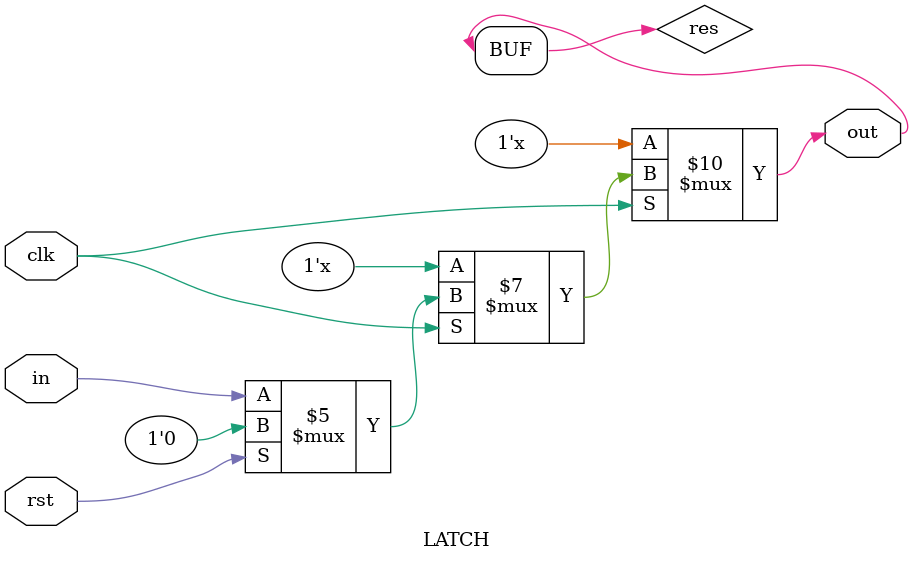
<source format=v>
`timescale 1ns / 1ps
module LATCH (clk, in, out, rst);
	parameter width = 1;
	
	input clk;
	input [width-1:0] in;
	output [width-1:0] out;
	
	input rst;
	
	reg [width-1:0] res;
	assign out = res;
	
	always @(*)
	begin
		if (clk) begin
			if (rst == 1)
				res = 0;
			else
				res = in;
		end
	end
endmodule

</source>
